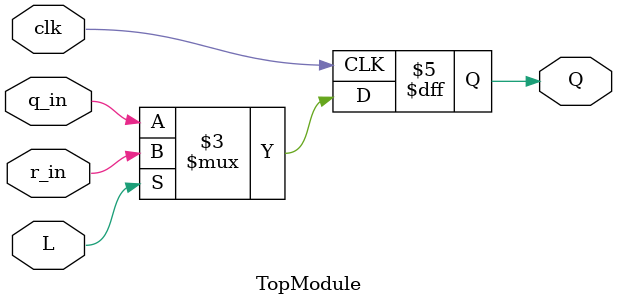
<source format=sv>

module TopModule (
  input clk,
  input L,
  input q_in,
  input r_in,
  output reg Q
);

always @(posedge clk) begin
  if (L) begin
    Q <= r_in;
  end else begin
    Q <= q_in;
  end
end
endmodule

</source>
